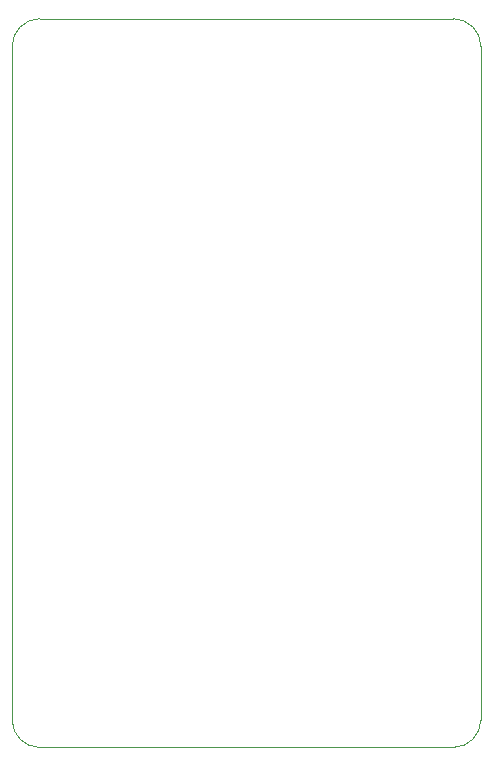
<source format=gm1>
G04 #@! TF.GenerationSoftware,KiCad,Pcbnew,(5.1.5)-3*
G04 #@! TF.CreationDate,2020-02-15T19:02:53-08:00*
G04 #@! TF.ProjectId,IS31FL3733-dev,49533331-464c-4333-9733-332d6465762e,0.1*
G04 #@! TF.SameCoordinates,Original*
G04 #@! TF.FileFunction,Profile,NP*
%FSLAX46Y46*%
G04 Gerber Fmt 4.6, Leading zero omitted, Abs format (unit mm)*
G04 Created by KiCad (PCBNEW (5.1.5)-3) date 2020-02-15 19:02:53*
%MOMM*%
%LPD*%
G04 APERTURE LIST*
%ADD10C,0.050000*%
G04 APERTURE END LIST*
D10*
X168830000Y-126800000D02*
G75*
G02X166480000Y-129150000I-2350000J0D01*
G01*
X131480000Y-129150000D02*
G75*
G02X129130000Y-126800000I0J2350000D01*
G01*
X129130000Y-69800000D02*
G75*
G02X131480000Y-67450000I2350000J0D01*
G01*
X166480000Y-67450000D02*
G75*
G02X168830000Y-69800000I0J-2350000D01*
G01*
X168830000Y-126800000D02*
X168830000Y-69800000D01*
X131480000Y-129150000D02*
X166480000Y-129150000D01*
X129130000Y-69800000D02*
X129130000Y-126800000D01*
X131480000Y-67450000D02*
X166480000Y-67450000D01*
M02*

</source>
